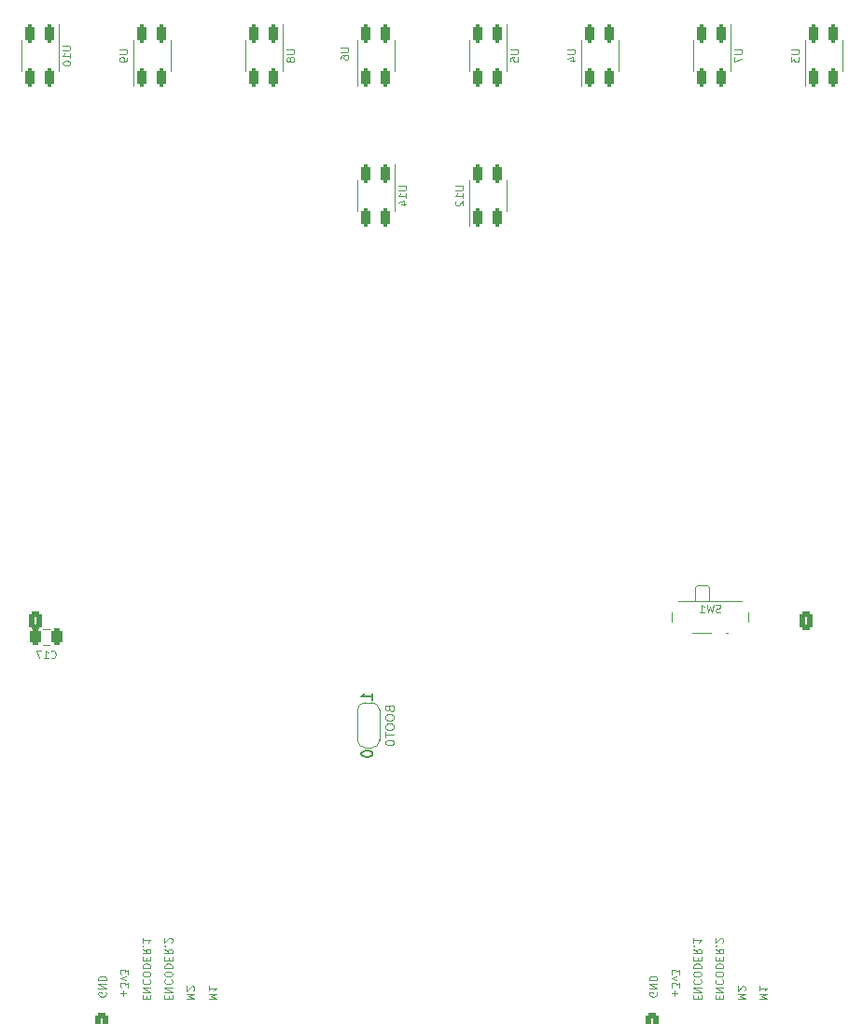
<source format=gbr>
%TF.GenerationSoftware,KiCad,Pcbnew,(7.0.0)*%
%TF.CreationDate,2023-09-26T23:36:23+07:00*%
%TF.ProjectId,Line Tracer F405RGT,4c696e65-2054-4726-9163-657220463430,rev?*%
%TF.SameCoordinates,Original*%
%TF.FileFunction,Legend,Bot*%
%TF.FilePolarity,Positive*%
%FSLAX46Y46*%
G04 Gerber Fmt 4.6, Leading zero omitted, Abs format (unit mm)*
G04 Created by KiCad (PCBNEW (7.0.0)) date 2023-09-26 23:36:23*
%MOMM*%
%LPD*%
G01*
G04 APERTURE LIST*
G04 Aperture macros list*
%AMRoundRect*
0 Rectangle with rounded corners*
0 $1 Rounding radius*
0 $2 $3 $4 $5 $6 $7 $8 $9 X,Y pos of 4 corners*
0 Add a 4 corners polygon primitive as box body*
4,1,4,$2,$3,$4,$5,$6,$7,$8,$9,$2,$3,0*
0 Add four circle primitives for the rounded corners*
1,1,$1+$1,$2,$3*
1,1,$1+$1,$4,$5*
1,1,$1+$1,$6,$7*
1,1,$1+$1,$8,$9*
0 Add four rect primitives between the rounded corners*
20,1,$1+$1,$2,$3,$4,$5,0*
20,1,$1+$1,$4,$5,$6,$7,0*
20,1,$1+$1,$6,$7,$8,$9,0*
20,1,$1+$1,$8,$9,$2,$3,0*%
%AMFreePoly0*
4,1,19,0.550000,-0.750000,0.000000,-0.750000,0.000000,-0.744911,-0.071157,-0.744911,-0.207708,-0.704816,-0.327430,-0.627875,-0.420627,-0.520320,-0.479746,-0.390866,-0.500000,-0.250000,-0.500000,0.250000,-0.479746,0.390866,-0.420627,0.520320,-0.327430,0.627875,-0.207708,0.704816,-0.071157,0.744911,0.000000,0.744911,0.000000,0.750000,0.550000,0.750000,0.550000,-0.750000,0.550000,-0.750000,
$1*%
%AMFreePoly1*
4,1,19,0.000000,0.744911,0.071157,0.744911,0.207708,0.704816,0.327430,0.627875,0.420627,0.520320,0.479746,0.390866,0.500000,0.250000,0.500000,-0.250000,0.479746,-0.390866,0.420627,-0.520320,0.327430,-0.627875,0.207708,-0.704816,0.071157,-0.744911,0.000000,-0.744911,0.000000,-0.750000,-0.550000,-0.750000,-0.550000,0.750000,0.000000,0.750000,0.000000,0.744911,0.000000,0.744911,
$1*%
G04 Aperture macros list end*
%ADD10C,0.110000*%
%ADD11C,0.120000*%
%ADD12C,0.150000*%
%ADD13RoundRect,0.250000X-0.350000X-0.625000X0.350000X-0.625000X0.350000X0.625000X-0.350000X0.625000X0*%
%ADD14O,1.200000X1.750000*%
%ADD15C,2.100000*%
%ADD16O,1.000000X1.000000*%
%ADD17C,5.200000*%
%ADD18C,0.650000*%
%ADD19O,1.000000X2.100000*%
%ADD20O,1.000000X1.600000*%
%ADD21RoundRect,0.197500X0.197500X0.632500X-0.197500X0.632500X-0.197500X-0.632500X0.197500X-0.632500X0*%
%ADD22RoundRect,0.197500X-0.197500X-0.632500X0.197500X-0.632500X0.197500X0.632500X-0.197500X0.632500X0*%
%ADD23FreePoly0,270.000000*%
%ADD24R,1.500000X1.000000*%
%ADD25FreePoly1,270.000000*%
%ADD26RoundRect,0.250000X-0.250000X-0.475000X0.250000X-0.475000X0.250000X0.475000X-0.250000X0.475000X0*%
%ADD27R,1.000000X0.800000*%
%ADD28C,0.900000*%
%ADD29R,0.700000X1.500000*%
G04 APERTURE END LIST*
D10*
X122159500Y-139683333D02*
X122159500Y-139450000D01*
X121792833Y-139350000D02*
X121792833Y-139683333D01*
X121792833Y-139683333D02*
X122492833Y-139683333D01*
X122492833Y-139683333D02*
X122492833Y-139350000D01*
X121792833Y-139050000D02*
X122492833Y-139050000D01*
X122492833Y-139050000D02*
X121792833Y-138650000D01*
X121792833Y-138650000D02*
X122492833Y-138650000D01*
X121859500Y-137916667D02*
X121826166Y-137950000D01*
X121826166Y-137950000D02*
X121792833Y-138050000D01*
X121792833Y-138050000D02*
X121792833Y-138116667D01*
X121792833Y-138116667D02*
X121826166Y-138216667D01*
X121826166Y-138216667D02*
X121892833Y-138283334D01*
X121892833Y-138283334D02*
X121959500Y-138316667D01*
X121959500Y-138316667D02*
X122092833Y-138350000D01*
X122092833Y-138350000D02*
X122192833Y-138350000D01*
X122192833Y-138350000D02*
X122326166Y-138316667D01*
X122326166Y-138316667D02*
X122392833Y-138283334D01*
X122392833Y-138283334D02*
X122459500Y-138216667D01*
X122459500Y-138216667D02*
X122492833Y-138116667D01*
X122492833Y-138116667D02*
X122492833Y-138050000D01*
X122492833Y-138050000D02*
X122459500Y-137950000D01*
X122459500Y-137950000D02*
X122426166Y-137916667D01*
X122492833Y-137483334D02*
X122492833Y-137350000D01*
X122492833Y-137350000D02*
X122459500Y-137283334D01*
X122459500Y-137283334D02*
X122392833Y-137216667D01*
X122392833Y-137216667D02*
X122259500Y-137183334D01*
X122259500Y-137183334D02*
X122026166Y-137183334D01*
X122026166Y-137183334D02*
X121892833Y-137216667D01*
X121892833Y-137216667D02*
X121826166Y-137283334D01*
X121826166Y-137283334D02*
X121792833Y-137350000D01*
X121792833Y-137350000D02*
X121792833Y-137483334D01*
X121792833Y-137483334D02*
X121826166Y-137550000D01*
X121826166Y-137550000D02*
X121892833Y-137616667D01*
X121892833Y-137616667D02*
X122026166Y-137650000D01*
X122026166Y-137650000D02*
X122259500Y-137650000D01*
X122259500Y-137650000D02*
X122392833Y-137616667D01*
X122392833Y-137616667D02*
X122459500Y-137550000D01*
X122459500Y-137550000D02*
X122492833Y-137483334D01*
X121792833Y-136883334D02*
X122492833Y-136883334D01*
X122492833Y-136883334D02*
X122492833Y-136716667D01*
X122492833Y-136716667D02*
X122459500Y-136616667D01*
X122459500Y-136616667D02*
X122392833Y-136550001D01*
X122392833Y-136550001D02*
X122326166Y-136516667D01*
X122326166Y-136516667D02*
X122192833Y-136483334D01*
X122192833Y-136483334D02*
X122092833Y-136483334D01*
X122092833Y-136483334D02*
X121959500Y-136516667D01*
X121959500Y-136516667D02*
X121892833Y-136550001D01*
X121892833Y-136550001D02*
X121826166Y-136616667D01*
X121826166Y-136616667D02*
X121792833Y-136716667D01*
X121792833Y-136716667D02*
X121792833Y-136883334D01*
X122159500Y-136183334D02*
X122159500Y-135950001D01*
X121792833Y-135850001D02*
X121792833Y-136183334D01*
X121792833Y-136183334D02*
X122492833Y-136183334D01*
X122492833Y-136183334D02*
X122492833Y-135850001D01*
X121792833Y-135150001D02*
X122126166Y-135383334D01*
X121792833Y-135550001D02*
X122492833Y-135550001D01*
X122492833Y-135550001D02*
X122492833Y-135283334D01*
X122492833Y-135283334D02*
X122459500Y-135216668D01*
X122459500Y-135216668D02*
X122426166Y-135183334D01*
X122426166Y-135183334D02*
X122359500Y-135150001D01*
X122359500Y-135150001D02*
X122259500Y-135150001D01*
X122259500Y-135150001D02*
X122192833Y-135183334D01*
X122192833Y-135183334D02*
X122159500Y-135216668D01*
X122159500Y-135216668D02*
X122126166Y-135283334D01*
X122126166Y-135283334D02*
X122126166Y-135550001D01*
X121859500Y-134850001D02*
X121826166Y-134816668D01*
X121826166Y-134816668D02*
X121792833Y-134850001D01*
X121792833Y-134850001D02*
X121826166Y-134883334D01*
X121826166Y-134883334D02*
X121859500Y-134850001D01*
X121859500Y-134850001D02*
X121792833Y-134850001D01*
X122426166Y-134550001D02*
X122459500Y-134516668D01*
X122459500Y-134516668D02*
X122492833Y-134450001D01*
X122492833Y-134450001D02*
X122492833Y-134283335D01*
X122492833Y-134283335D02*
X122459500Y-134216668D01*
X122459500Y-134216668D02*
X122426166Y-134183335D01*
X122426166Y-134183335D02*
X122359500Y-134150001D01*
X122359500Y-134150001D02*
X122292833Y-134150001D01*
X122292833Y-134150001D02*
X122192833Y-134183335D01*
X122192833Y-134183335D02*
X121792833Y-134583335D01*
X121792833Y-134583335D02*
X121792833Y-134150001D01*
D11*
X142197366Y-113359867D02*
X142236071Y-113475981D01*
X142236071Y-113475981D02*
X142274776Y-113514686D01*
X142274776Y-113514686D02*
X142352185Y-113553390D01*
X142352185Y-113553390D02*
X142468300Y-113553390D01*
X142468300Y-113553390D02*
X142545709Y-113514686D01*
X142545709Y-113514686D02*
X142584414Y-113475981D01*
X142584414Y-113475981D02*
X142623119Y-113398571D01*
X142623119Y-113398571D02*
X142623119Y-113088933D01*
X142623119Y-113088933D02*
X141810319Y-113088933D01*
X141810319Y-113088933D02*
X141810319Y-113359867D01*
X141810319Y-113359867D02*
X141849024Y-113437276D01*
X141849024Y-113437276D02*
X141887728Y-113475981D01*
X141887728Y-113475981D02*
X141965138Y-113514686D01*
X141965138Y-113514686D02*
X142042547Y-113514686D01*
X142042547Y-113514686D02*
X142119957Y-113475981D01*
X142119957Y-113475981D02*
X142158662Y-113437276D01*
X142158662Y-113437276D02*
X142197366Y-113359867D01*
X142197366Y-113359867D02*
X142197366Y-113088933D01*
X141810319Y-114056552D02*
X141810319Y-114211371D01*
X141810319Y-114211371D02*
X141849024Y-114288781D01*
X141849024Y-114288781D02*
X141926433Y-114366190D01*
X141926433Y-114366190D02*
X142081252Y-114404895D01*
X142081252Y-114404895D02*
X142352185Y-114404895D01*
X142352185Y-114404895D02*
X142507004Y-114366190D01*
X142507004Y-114366190D02*
X142584414Y-114288781D01*
X142584414Y-114288781D02*
X142623119Y-114211371D01*
X142623119Y-114211371D02*
X142623119Y-114056552D01*
X142623119Y-114056552D02*
X142584414Y-113979143D01*
X142584414Y-113979143D02*
X142507004Y-113901733D01*
X142507004Y-113901733D02*
X142352185Y-113863029D01*
X142352185Y-113863029D02*
X142081252Y-113863029D01*
X142081252Y-113863029D02*
X141926433Y-113901733D01*
X141926433Y-113901733D02*
X141849024Y-113979143D01*
X141849024Y-113979143D02*
X141810319Y-114056552D01*
X141810319Y-114908057D02*
X141810319Y-115062876D01*
X141810319Y-115062876D02*
X141849024Y-115140286D01*
X141849024Y-115140286D02*
X141926433Y-115217695D01*
X141926433Y-115217695D02*
X142081252Y-115256400D01*
X142081252Y-115256400D02*
X142352185Y-115256400D01*
X142352185Y-115256400D02*
X142507004Y-115217695D01*
X142507004Y-115217695D02*
X142584414Y-115140286D01*
X142584414Y-115140286D02*
X142623119Y-115062876D01*
X142623119Y-115062876D02*
X142623119Y-114908057D01*
X142623119Y-114908057D02*
X142584414Y-114830648D01*
X142584414Y-114830648D02*
X142507004Y-114753238D01*
X142507004Y-114753238D02*
X142352185Y-114714534D01*
X142352185Y-114714534D02*
X142081252Y-114714534D01*
X142081252Y-114714534D02*
X141926433Y-114753238D01*
X141926433Y-114753238D02*
X141849024Y-114830648D01*
X141849024Y-114830648D02*
X141810319Y-114908057D01*
X141810319Y-115488629D02*
X141810319Y-115953086D01*
X142623119Y-115720858D02*
X141810319Y-115720858D01*
X141810319Y-116378838D02*
X141810319Y-116456248D01*
X141810319Y-116456248D02*
X141849024Y-116533657D01*
X141849024Y-116533657D02*
X141887728Y-116572362D01*
X141887728Y-116572362D02*
X141965138Y-116611067D01*
X141965138Y-116611067D02*
X142119957Y-116649772D01*
X142119957Y-116649772D02*
X142313481Y-116649772D01*
X142313481Y-116649772D02*
X142468300Y-116611067D01*
X142468300Y-116611067D02*
X142545709Y-116572362D01*
X142545709Y-116572362D02*
X142584414Y-116533657D01*
X142584414Y-116533657D02*
X142623119Y-116456248D01*
X142623119Y-116456248D02*
X142623119Y-116378838D01*
X142623119Y-116378838D02*
X142584414Y-116301429D01*
X142584414Y-116301429D02*
X142545709Y-116262724D01*
X142545709Y-116262724D02*
X142468300Y-116224019D01*
X142468300Y-116224019D02*
X142313481Y-116185315D01*
X142313481Y-116185315D02*
X142119957Y-116185315D01*
X142119957Y-116185315D02*
X141965138Y-116224019D01*
X141965138Y-116224019D02*
X141887728Y-116262724D01*
X141887728Y-116262724D02*
X141849024Y-116301429D01*
X141849024Y-116301429D02*
X141810319Y-116378838D01*
D10*
X172159500Y-139683333D02*
X172159500Y-139450000D01*
X171792833Y-139350000D02*
X171792833Y-139683333D01*
X171792833Y-139683333D02*
X172492833Y-139683333D01*
X172492833Y-139683333D02*
X172492833Y-139350000D01*
X171792833Y-139050000D02*
X172492833Y-139050000D01*
X172492833Y-139050000D02*
X171792833Y-138650000D01*
X171792833Y-138650000D02*
X172492833Y-138650000D01*
X171859500Y-137916667D02*
X171826166Y-137950000D01*
X171826166Y-137950000D02*
X171792833Y-138050000D01*
X171792833Y-138050000D02*
X171792833Y-138116667D01*
X171792833Y-138116667D02*
X171826166Y-138216667D01*
X171826166Y-138216667D02*
X171892833Y-138283334D01*
X171892833Y-138283334D02*
X171959500Y-138316667D01*
X171959500Y-138316667D02*
X172092833Y-138350000D01*
X172092833Y-138350000D02*
X172192833Y-138350000D01*
X172192833Y-138350000D02*
X172326166Y-138316667D01*
X172326166Y-138316667D02*
X172392833Y-138283334D01*
X172392833Y-138283334D02*
X172459500Y-138216667D01*
X172459500Y-138216667D02*
X172492833Y-138116667D01*
X172492833Y-138116667D02*
X172492833Y-138050000D01*
X172492833Y-138050000D02*
X172459500Y-137950000D01*
X172459500Y-137950000D02*
X172426166Y-137916667D01*
X172492833Y-137483334D02*
X172492833Y-137350000D01*
X172492833Y-137350000D02*
X172459500Y-137283334D01*
X172459500Y-137283334D02*
X172392833Y-137216667D01*
X172392833Y-137216667D02*
X172259500Y-137183334D01*
X172259500Y-137183334D02*
X172026166Y-137183334D01*
X172026166Y-137183334D02*
X171892833Y-137216667D01*
X171892833Y-137216667D02*
X171826166Y-137283334D01*
X171826166Y-137283334D02*
X171792833Y-137350000D01*
X171792833Y-137350000D02*
X171792833Y-137483334D01*
X171792833Y-137483334D02*
X171826166Y-137550000D01*
X171826166Y-137550000D02*
X171892833Y-137616667D01*
X171892833Y-137616667D02*
X172026166Y-137650000D01*
X172026166Y-137650000D02*
X172259500Y-137650000D01*
X172259500Y-137650000D02*
X172392833Y-137616667D01*
X172392833Y-137616667D02*
X172459500Y-137550000D01*
X172459500Y-137550000D02*
X172492833Y-137483334D01*
X171792833Y-136883334D02*
X172492833Y-136883334D01*
X172492833Y-136883334D02*
X172492833Y-136716667D01*
X172492833Y-136716667D02*
X172459500Y-136616667D01*
X172459500Y-136616667D02*
X172392833Y-136550001D01*
X172392833Y-136550001D02*
X172326166Y-136516667D01*
X172326166Y-136516667D02*
X172192833Y-136483334D01*
X172192833Y-136483334D02*
X172092833Y-136483334D01*
X172092833Y-136483334D02*
X171959500Y-136516667D01*
X171959500Y-136516667D02*
X171892833Y-136550001D01*
X171892833Y-136550001D02*
X171826166Y-136616667D01*
X171826166Y-136616667D02*
X171792833Y-136716667D01*
X171792833Y-136716667D02*
X171792833Y-136883334D01*
X172159500Y-136183334D02*
X172159500Y-135950001D01*
X171792833Y-135850001D02*
X171792833Y-136183334D01*
X171792833Y-136183334D02*
X172492833Y-136183334D01*
X172492833Y-136183334D02*
X172492833Y-135850001D01*
X171792833Y-135150001D02*
X172126166Y-135383334D01*
X171792833Y-135550001D02*
X172492833Y-135550001D01*
X172492833Y-135550001D02*
X172492833Y-135283334D01*
X172492833Y-135283334D02*
X172459500Y-135216668D01*
X172459500Y-135216668D02*
X172426166Y-135183334D01*
X172426166Y-135183334D02*
X172359500Y-135150001D01*
X172359500Y-135150001D02*
X172259500Y-135150001D01*
X172259500Y-135150001D02*
X172192833Y-135183334D01*
X172192833Y-135183334D02*
X172159500Y-135216668D01*
X172159500Y-135216668D02*
X172126166Y-135283334D01*
X172126166Y-135283334D02*
X172126166Y-135550001D01*
X171859500Y-134850001D02*
X171826166Y-134816668D01*
X171826166Y-134816668D02*
X171792833Y-134850001D01*
X171792833Y-134850001D02*
X171826166Y-134883334D01*
X171826166Y-134883334D02*
X171859500Y-134850001D01*
X171859500Y-134850001D02*
X171792833Y-134850001D01*
X172426166Y-134550001D02*
X172459500Y-134516668D01*
X172459500Y-134516668D02*
X172492833Y-134450001D01*
X172492833Y-134450001D02*
X172492833Y-134283335D01*
X172492833Y-134283335D02*
X172459500Y-134216668D01*
X172459500Y-134216668D02*
X172426166Y-134183335D01*
X172426166Y-134183335D02*
X172359500Y-134150001D01*
X172359500Y-134150001D02*
X172292833Y-134150001D01*
X172292833Y-134150001D02*
X172192833Y-134183335D01*
X172192833Y-134183335D02*
X171792833Y-134583335D01*
X171792833Y-134583335D02*
X171792833Y-134150001D01*
X173792833Y-139683333D02*
X174492833Y-139683333D01*
X174492833Y-139683333D02*
X173992833Y-139450000D01*
X173992833Y-139450000D02*
X174492833Y-139216666D01*
X174492833Y-139216666D02*
X173792833Y-139216666D01*
X174426166Y-138916666D02*
X174459500Y-138883333D01*
X174459500Y-138883333D02*
X174492833Y-138816666D01*
X174492833Y-138816666D02*
X174492833Y-138650000D01*
X174492833Y-138650000D02*
X174459500Y-138583333D01*
X174459500Y-138583333D02*
X174426166Y-138550000D01*
X174426166Y-138550000D02*
X174359500Y-138516666D01*
X174359500Y-138516666D02*
X174292833Y-138516666D01*
X174292833Y-138516666D02*
X174192833Y-138550000D01*
X174192833Y-138550000D02*
X173792833Y-138950000D01*
X173792833Y-138950000D02*
X173792833Y-138516666D01*
X118059500Y-139433333D02*
X118059500Y-138900000D01*
X117792833Y-139166666D02*
X118326166Y-139166666D01*
X118492833Y-138633333D02*
X118492833Y-138199999D01*
X118492833Y-138199999D02*
X118226166Y-138433333D01*
X118226166Y-138433333D02*
X118226166Y-138333333D01*
X118226166Y-138333333D02*
X118192833Y-138266666D01*
X118192833Y-138266666D02*
X118159500Y-138233333D01*
X118159500Y-138233333D02*
X118092833Y-138199999D01*
X118092833Y-138199999D02*
X117926166Y-138199999D01*
X117926166Y-138199999D02*
X117859500Y-138233333D01*
X117859500Y-138233333D02*
X117826166Y-138266666D01*
X117826166Y-138266666D02*
X117792833Y-138333333D01*
X117792833Y-138333333D02*
X117792833Y-138533333D01*
X117792833Y-138533333D02*
X117826166Y-138599999D01*
X117826166Y-138599999D02*
X117859500Y-138633333D01*
X118259500Y-137966666D02*
X117792833Y-137799999D01*
X117792833Y-137799999D02*
X118259500Y-137633332D01*
X118492833Y-137433333D02*
X118492833Y-136999999D01*
X118492833Y-136999999D02*
X118226166Y-137233333D01*
X118226166Y-137233333D02*
X118226166Y-137133333D01*
X118226166Y-137133333D02*
X118192833Y-137066666D01*
X118192833Y-137066666D02*
X118159500Y-137033333D01*
X118159500Y-137033333D02*
X118092833Y-136999999D01*
X118092833Y-136999999D02*
X117926166Y-136999999D01*
X117926166Y-136999999D02*
X117859500Y-137033333D01*
X117859500Y-137033333D02*
X117826166Y-137066666D01*
X117826166Y-137066666D02*
X117792833Y-137133333D01*
X117792833Y-137133333D02*
X117792833Y-137333333D01*
X117792833Y-137333333D02*
X117826166Y-137399999D01*
X117826166Y-137399999D02*
X117859500Y-137433333D01*
X175792833Y-139683333D02*
X176492833Y-139683333D01*
X176492833Y-139683333D02*
X175992833Y-139450000D01*
X175992833Y-139450000D02*
X176492833Y-139216666D01*
X176492833Y-139216666D02*
X175792833Y-139216666D01*
X175792833Y-138516666D02*
X175792833Y-138916666D01*
X175792833Y-138716666D02*
X176492833Y-138716666D01*
X176492833Y-138716666D02*
X176392833Y-138783333D01*
X176392833Y-138783333D02*
X176326166Y-138850000D01*
X176326166Y-138850000D02*
X176292833Y-138916666D01*
X170159500Y-139683333D02*
X170159500Y-139450000D01*
X169792833Y-139350000D02*
X169792833Y-139683333D01*
X169792833Y-139683333D02*
X170492833Y-139683333D01*
X170492833Y-139683333D02*
X170492833Y-139350000D01*
X169792833Y-139050000D02*
X170492833Y-139050000D01*
X170492833Y-139050000D02*
X169792833Y-138650000D01*
X169792833Y-138650000D02*
X170492833Y-138650000D01*
X169859500Y-137916667D02*
X169826166Y-137950000D01*
X169826166Y-137950000D02*
X169792833Y-138050000D01*
X169792833Y-138050000D02*
X169792833Y-138116667D01*
X169792833Y-138116667D02*
X169826166Y-138216667D01*
X169826166Y-138216667D02*
X169892833Y-138283334D01*
X169892833Y-138283334D02*
X169959500Y-138316667D01*
X169959500Y-138316667D02*
X170092833Y-138350000D01*
X170092833Y-138350000D02*
X170192833Y-138350000D01*
X170192833Y-138350000D02*
X170326166Y-138316667D01*
X170326166Y-138316667D02*
X170392833Y-138283334D01*
X170392833Y-138283334D02*
X170459500Y-138216667D01*
X170459500Y-138216667D02*
X170492833Y-138116667D01*
X170492833Y-138116667D02*
X170492833Y-138050000D01*
X170492833Y-138050000D02*
X170459500Y-137950000D01*
X170459500Y-137950000D02*
X170426166Y-137916667D01*
X170492833Y-137483334D02*
X170492833Y-137350000D01*
X170492833Y-137350000D02*
X170459500Y-137283334D01*
X170459500Y-137283334D02*
X170392833Y-137216667D01*
X170392833Y-137216667D02*
X170259500Y-137183334D01*
X170259500Y-137183334D02*
X170026166Y-137183334D01*
X170026166Y-137183334D02*
X169892833Y-137216667D01*
X169892833Y-137216667D02*
X169826166Y-137283334D01*
X169826166Y-137283334D02*
X169792833Y-137350000D01*
X169792833Y-137350000D02*
X169792833Y-137483334D01*
X169792833Y-137483334D02*
X169826166Y-137550000D01*
X169826166Y-137550000D02*
X169892833Y-137616667D01*
X169892833Y-137616667D02*
X170026166Y-137650000D01*
X170026166Y-137650000D02*
X170259500Y-137650000D01*
X170259500Y-137650000D02*
X170392833Y-137616667D01*
X170392833Y-137616667D02*
X170459500Y-137550000D01*
X170459500Y-137550000D02*
X170492833Y-137483334D01*
X169792833Y-136883334D02*
X170492833Y-136883334D01*
X170492833Y-136883334D02*
X170492833Y-136716667D01*
X170492833Y-136716667D02*
X170459500Y-136616667D01*
X170459500Y-136616667D02*
X170392833Y-136550001D01*
X170392833Y-136550001D02*
X170326166Y-136516667D01*
X170326166Y-136516667D02*
X170192833Y-136483334D01*
X170192833Y-136483334D02*
X170092833Y-136483334D01*
X170092833Y-136483334D02*
X169959500Y-136516667D01*
X169959500Y-136516667D02*
X169892833Y-136550001D01*
X169892833Y-136550001D02*
X169826166Y-136616667D01*
X169826166Y-136616667D02*
X169792833Y-136716667D01*
X169792833Y-136716667D02*
X169792833Y-136883334D01*
X170159500Y-136183334D02*
X170159500Y-135950001D01*
X169792833Y-135850001D02*
X169792833Y-136183334D01*
X169792833Y-136183334D02*
X170492833Y-136183334D01*
X170492833Y-136183334D02*
X170492833Y-135850001D01*
X169792833Y-135150001D02*
X170126166Y-135383334D01*
X169792833Y-135550001D02*
X170492833Y-135550001D01*
X170492833Y-135550001D02*
X170492833Y-135283334D01*
X170492833Y-135283334D02*
X170459500Y-135216668D01*
X170459500Y-135216668D02*
X170426166Y-135183334D01*
X170426166Y-135183334D02*
X170359500Y-135150001D01*
X170359500Y-135150001D02*
X170259500Y-135150001D01*
X170259500Y-135150001D02*
X170192833Y-135183334D01*
X170192833Y-135183334D02*
X170159500Y-135216668D01*
X170159500Y-135216668D02*
X170126166Y-135283334D01*
X170126166Y-135283334D02*
X170126166Y-135550001D01*
X169859500Y-134850001D02*
X169826166Y-134816668D01*
X169826166Y-134816668D02*
X169792833Y-134850001D01*
X169792833Y-134850001D02*
X169826166Y-134883334D01*
X169826166Y-134883334D02*
X169859500Y-134850001D01*
X169859500Y-134850001D02*
X169792833Y-134850001D01*
X169792833Y-134150001D02*
X169792833Y-134550001D01*
X169792833Y-134350001D02*
X170492833Y-134350001D01*
X170492833Y-134350001D02*
X170392833Y-134416668D01*
X170392833Y-134416668D02*
X170326166Y-134483335D01*
X170326166Y-134483335D02*
X170292833Y-134550001D01*
X125792833Y-139683333D02*
X126492833Y-139683333D01*
X126492833Y-139683333D02*
X125992833Y-139450000D01*
X125992833Y-139450000D02*
X126492833Y-139216666D01*
X126492833Y-139216666D02*
X125792833Y-139216666D01*
X125792833Y-138516666D02*
X125792833Y-138916666D01*
X125792833Y-138716666D02*
X126492833Y-138716666D01*
X126492833Y-138716666D02*
X126392833Y-138783333D01*
X126392833Y-138783333D02*
X126326166Y-138850000D01*
X126326166Y-138850000D02*
X126292833Y-138916666D01*
X120159500Y-139683333D02*
X120159500Y-139450000D01*
X119792833Y-139350000D02*
X119792833Y-139683333D01*
X119792833Y-139683333D02*
X120492833Y-139683333D01*
X120492833Y-139683333D02*
X120492833Y-139350000D01*
X119792833Y-139050000D02*
X120492833Y-139050000D01*
X120492833Y-139050000D02*
X119792833Y-138650000D01*
X119792833Y-138650000D02*
X120492833Y-138650000D01*
X119859500Y-137916667D02*
X119826166Y-137950000D01*
X119826166Y-137950000D02*
X119792833Y-138050000D01*
X119792833Y-138050000D02*
X119792833Y-138116667D01*
X119792833Y-138116667D02*
X119826166Y-138216667D01*
X119826166Y-138216667D02*
X119892833Y-138283334D01*
X119892833Y-138283334D02*
X119959500Y-138316667D01*
X119959500Y-138316667D02*
X120092833Y-138350000D01*
X120092833Y-138350000D02*
X120192833Y-138350000D01*
X120192833Y-138350000D02*
X120326166Y-138316667D01*
X120326166Y-138316667D02*
X120392833Y-138283334D01*
X120392833Y-138283334D02*
X120459500Y-138216667D01*
X120459500Y-138216667D02*
X120492833Y-138116667D01*
X120492833Y-138116667D02*
X120492833Y-138050000D01*
X120492833Y-138050000D02*
X120459500Y-137950000D01*
X120459500Y-137950000D02*
X120426166Y-137916667D01*
X120492833Y-137483334D02*
X120492833Y-137350000D01*
X120492833Y-137350000D02*
X120459500Y-137283334D01*
X120459500Y-137283334D02*
X120392833Y-137216667D01*
X120392833Y-137216667D02*
X120259500Y-137183334D01*
X120259500Y-137183334D02*
X120026166Y-137183334D01*
X120026166Y-137183334D02*
X119892833Y-137216667D01*
X119892833Y-137216667D02*
X119826166Y-137283334D01*
X119826166Y-137283334D02*
X119792833Y-137350000D01*
X119792833Y-137350000D02*
X119792833Y-137483334D01*
X119792833Y-137483334D02*
X119826166Y-137550000D01*
X119826166Y-137550000D02*
X119892833Y-137616667D01*
X119892833Y-137616667D02*
X120026166Y-137650000D01*
X120026166Y-137650000D02*
X120259500Y-137650000D01*
X120259500Y-137650000D02*
X120392833Y-137616667D01*
X120392833Y-137616667D02*
X120459500Y-137550000D01*
X120459500Y-137550000D02*
X120492833Y-137483334D01*
X119792833Y-136883334D02*
X120492833Y-136883334D01*
X120492833Y-136883334D02*
X120492833Y-136716667D01*
X120492833Y-136716667D02*
X120459500Y-136616667D01*
X120459500Y-136616667D02*
X120392833Y-136550001D01*
X120392833Y-136550001D02*
X120326166Y-136516667D01*
X120326166Y-136516667D02*
X120192833Y-136483334D01*
X120192833Y-136483334D02*
X120092833Y-136483334D01*
X120092833Y-136483334D02*
X119959500Y-136516667D01*
X119959500Y-136516667D02*
X119892833Y-136550001D01*
X119892833Y-136550001D02*
X119826166Y-136616667D01*
X119826166Y-136616667D02*
X119792833Y-136716667D01*
X119792833Y-136716667D02*
X119792833Y-136883334D01*
X120159500Y-136183334D02*
X120159500Y-135950001D01*
X119792833Y-135850001D02*
X119792833Y-136183334D01*
X119792833Y-136183334D02*
X120492833Y-136183334D01*
X120492833Y-136183334D02*
X120492833Y-135850001D01*
X119792833Y-135150001D02*
X120126166Y-135383334D01*
X119792833Y-135550001D02*
X120492833Y-135550001D01*
X120492833Y-135550001D02*
X120492833Y-135283334D01*
X120492833Y-135283334D02*
X120459500Y-135216668D01*
X120459500Y-135216668D02*
X120426166Y-135183334D01*
X120426166Y-135183334D02*
X120359500Y-135150001D01*
X120359500Y-135150001D02*
X120259500Y-135150001D01*
X120259500Y-135150001D02*
X120192833Y-135183334D01*
X120192833Y-135183334D02*
X120159500Y-135216668D01*
X120159500Y-135216668D02*
X120126166Y-135283334D01*
X120126166Y-135283334D02*
X120126166Y-135550001D01*
X119859500Y-134850001D02*
X119826166Y-134816668D01*
X119826166Y-134816668D02*
X119792833Y-134850001D01*
X119792833Y-134850001D02*
X119826166Y-134883334D01*
X119826166Y-134883334D02*
X119859500Y-134850001D01*
X119859500Y-134850001D02*
X119792833Y-134850001D01*
X119792833Y-134150001D02*
X119792833Y-134550001D01*
X119792833Y-134350001D02*
X120492833Y-134350001D01*
X120492833Y-134350001D02*
X120392833Y-134416668D01*
X120392833Y-134416668D02*
X120326166Y-134483335D01*
X120326166Y-134483335D02*
X120292833Y-134550001D01*
X123792833Y-139683333D02*
X124492833Y-139683333D01*
X124492833Y-139683333D02*
X123992833Y-139450000D01*
X123992833Y-139450000D02*
X124492833Y-139216666D01*
X124492833Y-139216666D02*
X123792833Y-139216666D01*
X124426166Y-138916666D02*
X124459500Y-138883333D01*
X124459500Y-138883333D02*
X124492833Y-138816666D01*
X124492833Y-138816666D02*
X124492833Y-138650000D01*
X124492833Y-138650000D02*
X124459500Y-138583333D01*
X124459500Y-138583333D02*
X124426166Y-138550000D01*
X124426166Y-138550000D02*
X124359500Y-138516666D01*
X124359500Y-138516666D02*
X124292833Y-138516666D01*
X124292833Y-138516666D02*
X124192833Y-138550000D01*
X124192833Y-138550000D02*
X123792833Y-138950000D01*
X123792833Y-138950000D02*
X123792833Y-138516666D01*
X116459500Y-139066666D02*
X116492833Y-139133333D01*
X116492833Y-139133333D02*
X116492833Y-139233333D01*
X116492833Y-139233333D02*
X116459500Y-139333333D01*
X116459500Y-139333333D02*
X116392833Y-139400000D01*
X116392833Y-139400000D02*
X116326166Y-139433333D01*
X116326166Y-139433333D02*
X116192833Y-139466666D01*
X116192833Y-139466666D02*
X116092833Y-139466666D01*
X116092833Y-139466666D02*
X115959500Y-139433333D01*
X115959500Y-139433333D02*
X115892833Y-139400000D01*
X115892833Y-139400000D02*
X115826166Y-139333333D01*
X115826166Y-139333333D02*
X115792833Y-139233333D01*
X115792833Y-139233333D02*
X115792833Y-139166666D01*
X115792833Y-139166666D02*
X115826166Y-139066666D01*
X115826166Y-139066666D02*
X115859500Y-139033333D01*
X115859500Y-139033333D02*
X116092833Y-139033333D01*
X116092833Y-139033333D02*
X116092833Y-139166666D01*
X115792833Y-138733333D02*
X116492833Y-138733333D01*
X116492833Y-138733333D02*
X115792833Y-138333333D01*
X115792833Y-138333333D02*
X116492833Y-138333333D01*
X115792833Y-138000000D02*
X116492833Y-138000000D01*
X116492833Y-138000000D02*
X116492833Y-137833333D01*
X116492833Y-137833333D02*
X116459500Y-137733333D01*
X116459500Y-137733333D02*
X116392833Y-137666667D01*
X116392833Y-137666667D02*
X116326166Y-137633333D01*
X116326166Y-137633333D02*
X116192833Y-137600000D01*
X116192833Y-137600000D02*
X116092833Y-137600000D01*
X116092833Y-137600000D02*
X115959500Y-137633333D01*
X115959500Y-137633333D02*
X115892833Y-137666667D01*
X115892833Y-137666667D02*
X115826166Y-137733333D01*
X115826166Y-137733333D02*
X115792833Y-137833333D01*
X115792833Y-137833333D02*
X115792833Y-138000000D01*
X166459500Y-139066666D02*
X166492833Y-139133333D01*
X166492833Y-139133333D02*
X166492833Y-139233333D01*
X166492833Y-139233333D02*
X166459500Y-139333333D01*
X166459500Y-139333333D02*
X166392833Y-139400000D01*
X166392833Y-139400000D02*
X166326166Y-139433333D01*
X166326166Y-139433333D02*
X166192833Y-139466666D01*
X166192833Y-139466666D02*
X166092833Y-139466666D01*
X166092833Y-139466666D02*
X165959500Y-139433333D01*
X165959500Y-139433333D02*
X165892833Y-139400000D01*
X165892833Y-139400000D02*
X165826166Y-139333333D01*
X165826166Y-139333333D02*
X165792833Y-139233333D01*
X165792833Y-139233333D02*
X165792833Y-139166666D01*
X165792833Y-139166666D02*
X165826166Y-139066666D01*
X165826166Y-139066666D02*
X165859500Y-139033333D01*
X165859500Y-139033333D02*
X166092833Y-139033333D01*
X166092833Y-139033333D02*
X166092833Y-139166666D01*
X165792833Y-138733333D02*
X166492833Y-138733333D01*
X166492833Y-138733333D02*
X165792833Y-138333333D01*
X165792833Y-138333333D02*
X166492833Y-138333333D01*
X165792833Y-138000000D02*
X166492833Y-138000000D01*
X166492833Y-138000000D02*
X166492833Y-137833333D01*
X166492833Y-137833333D02*
X166459500Y-137733333D01*
X166459500Y-137733333D02*
X166392833Y-137666667D01*
X166392833Y-137666667D02*
X166326166Y-137633333D01*
X166326166Y-137633333D02*
X166192833Y-137600000D01*
X166192833Y-137600000D02*
X166092833Y-137600000D01*
X166092833Y-137600000D02*
X165959500Y-137633333D01*
X165959500Y-137633333D02*
X165892833Y-137666667D01*
X165892833Y-137666667D02*
X165826166Y-137733333D01*
X165826166Y-137733333D02*
X165792833Y-137833333D01*
X165792833Y-137833333D02*
X165792833Y-138000000D01*
X168059500Y-139433333D02*
X168059500Y-138900000D01*
X167792833Y-139166666D02*
X168326166Y-139166666D01*
X168492833Y-138633333D02*
X168492833Y-138199999D01*
X168492833Y-138199999D02*
X168226166Y-138433333D01*
X168226166Y-138433333D02*
X168226166Y-138333333D01*
X168226166Y-138333333D02*
X168192833Y-138266666D01*
X168192833Y-138266666D02*
X168159500Y-138233333D01*
X168159500Y-138233333D02*
X168092833Y-138199999D01*
X168092833Y-138199999D02*
X167926166Y-138199999D01*
X167926166Y-138199999D02*
X167859500Y-138233333D01*
X167859500Y-138233333D02*
X167826166Y-138266666D01*
X167826166Y-138266666D02*
X167792833Y-138333333D01*
X167792833Y-138333333D02*
X167792833Y-138533333D01*
X167792833Y-138533333D02*
X167826166Y-138599999D01*
X167826166Y-138599999D02*
X167859500Y-138633333D01*
X168259500Y-137966666D02*
X167792833Y-137799999D01*
X167792833Y-137799999D02*
X168259500Y-137633332D01*
X168492833Y-137433333D02*
X168492833Y-136999999D01*
X168492833Y-136999999D02*
X168226166Y-137233333D01*
X168226166Y-137233333D02*
X168226166Y-137133333D01*
X168226166Y-137133333D02*
X168192833Y-137066666D01*
X168192833Y-137066666D02*
X168159500Y-137033333D01*
X168159500Y-137033333D02*
X168092833Y-136999999D01*
X168092833Y-136999999D02*
X167926166Y-136999999D01*
X167926166Y-136999999D02*
X167859500Y-137033333D01*
X167859500Y-137033333D02*
X167826166Y-137066666D01*
X167826166Y-137066666D02*
X167792833Y-137133333D01*
X167792833Y-137133333D02*
X167792833Y-137333333D01*
X167792833Y-137333333D02*
X167826166Y-137399999D01*
X167826166Y-137399999D02*
X167859500Y-137433333D01*
%TO.C,U14*%
X143027166Y-65925833D02*
X143593833Y-65925833D01*
X143593833Y-65925833D02*
X143660500Y-65959167D01*
X143660500Y-65959167D02*
X143693833Y-65992500D01*
X143693833Y-65992500D02*
X143727166Y-66059167D01*
X143727166Y-66059167D02*
X143727166Y-66192500D01*
X143727166Y-66192500D02*
X143693833Y-66259167D01*
X143693833Y-66259167D02*
X143660500Y-66292500D01*
X143660500Y-66292500D02*
X143593833Y-66325833D01*
X143593833Y-66325833D02*
X143027166Y-66325833D01*
X143727166Y-67025833D02*
X143727166Y-66625833D01*
X143727166Y-66825833D02*
X143027166Y-66825833D01*
X143027166Y-66825833D02*
X143127166Y-66759166D01*
X143127166Y-66759166D02*
X143193833Y-66692500D01*
X143193833Y-66692500D02*
X143227166Y-66625833D01*
X143260500Y-67625833D02*
X143727166Y-67625833D01*
X142993833Y-67459167D02*
X143493833Y-67292500D01*
X143493833Y-67292500D02*
X143493833Y-67725833D01*
%TO.C,U10*%
X112547166Y-53233333D02*
X113113833Y-53233333D01*
X113113833Y-53233333D02*
X113180500Y-53266667D01*
X113180500Y-53266667D02*
X113213833Y-53300000D01*
X113213833Y-53300000D02*
X113247166Y-53366667D01*
X113247166Y-53366667D02*
X113247166Y-53500000D01*
X113247166Y-53500000D02*
X113213833Y-53566667D01*
X113213833Y-53566667D02*
X113180500Y-53600000D01*
X113180500Y-53600000D02*
X113113833Y-53633333D01*
X113113833Y-53633333D02*
X112547166Y-53633333D01*
X113247166Y-54333333D02*
X113247166Y-53933333D01*
X113247166Y-54133333D02*
X112547166Y-54133333D01*
X112547166Y-54133333D02*
X112647166Y-54066666D01*
X112647166Y-54066666D02*
X112713833Y-54000000D01*
X112713833Y-54000000D02*
X112747166Y-53933333D01*
X112547166Y-54766667D02*
X112547166Y-54833333D01*
X112547166Y-54833333D02*
X112580500Y-54900000D01*
X112580500Y-54900000D02*
X112613833Y-54933333D01*
X112613833Y-54933333D02*
X112680500Y-54966667D01*
X112680500Y-54966667D02*
X112813833Y-55000000D01*
X112813833Y-55000000D02*
X112980500Y-55000000D01*
X112980500Y-55000000D02*
X113113833Y-54966667D01*
X113113833Y-54966667D02*
X113180500Y-54933333D01*
X113180500Y-54933333D02*
X113213833Y-54900000D01*
X113213833Y-54900000D02*
X113247166Y-54833333D01*
X113247166Y-54833333D02*
X113247166Y-54766667D01*
X113247166Y-54766667D02*
X113213833Y-54700000D01*
X113213833Y-54700000D02*
X113180500Y-54666667D01*
X113180500Y-54666667D02*
X113113833Y-54633333D01*
X113113833Y-54633333D02*
X112980500Y-54600000D01*
X112980500Y-54600000D02*
X112813833Y-54600000D01*
X112813833Y-54600000D02*
X112680500Y-54633333D01*
X112680500Y-54633333D02*
X112613833Y-54666667D01*
X112613833Y-54666667D02*
X112580500Y-54700000D01*
X112580500Y-54700000D02*
X112547166Y-54766667D01*
%TO.C,U9*%
X117707166Y-53566666D02*
X118273833Y-53566666D01*
X118273833Y-53566666D02*
X118340500Y-53600000D01*
X118340500Y-53600000D02*
X118373833Y-53633333D01*
X118373833Y-53633333D02*
X118407166Y-53700000D01*
X118407166Y-53700000D02*
X118407166Y-53833333D01*
X118407166Y-53833333D02*
X118373833Y-53900000D01*
X118373833Y-53900000D02*
X118340500Y-53933333D01*
X118340500Y-53933333D02*
X118273833Y-53966666D01*
X118273833Y-53966666D02*
X117707166Y-53966666D01*
X118407166Y-54333333D02*
X118407166Y-54466666D01*
X118407166Y-54466666D02*
X118373833Y-54533333D01*
X118373833Y-54533333D02*
X118340500Y-54566666D01*
X118340500Y-54566666D02*
X118240500Y-54633333D01*
X118240500Y-54633333D02*
X118107166Y-54666666D01*
X118107166Y-54666666D02*
X117840500Y-54666666D01*
X117840500Y-54666666D02*
X117773833Y-54633333D01*
X117773833Y-54633333D02*
X117740500Y-54599999D01*
X117740500Y-54599999D02*
X117707166Y-54533333D01*
X117707166Y-54533333D02*
X117707166Y-54399999D01*
X117707166Y-54399999D02*
X117740500Y-54333333D01*
X117740500Y-54333333D02*
X117773833Y-54299999D01*
X117773833Y-54299999D02*
X117840500Y-54266666D01*
X117840500Y-54266666D02*
X118007166Y-54266666D01*
X118007166Y-54266666D02*
X118073833Y-54299999D01*
X118073833Y-54299999D02*
X118107166Y-54333333D01*
X118107166Y-54333333D02*
X118140500Y-54399999D01*
X118140500Y-54399999D02*
X118140500Y-54533333D01*
X118140500Y-54533333D02*
X118107166Y-54599999D01*
X118107166Y-54599999D02*
X118073833Y-54633333D01*
X118073833Y-54633333D02*
X118007166Y-54666666D01*
D12*
%TO.C,JP1*%
X140667380Y-112535714D02*
X140667380Y-111964286D01*
X140667380Y-112250000D02*
X139667380Y-112250000D01*
X139667380Y-112250000D02*
X139810238Y-112154762D01*
X139810238Y-112154762D02*
X139905476Y-112059524D01*
X139905476Y-112059524D02*
X139953095Y-111964286D01*
X139667380Y-117402381D02*
X139667380Y-117497619D01*
X139667380Y-117497619D02*
X139715000Y-117592857D01*
X139715000Y-117592857D02*
X139762619Y-117640476D01*
X139762619Y-117640476D02*
X139857857Y-117688095D01*
X139857857Y-117688095D02*
X140048333Y-117735714D01*
X140048333Y-117735714D02*
X140286428Y-117735714D01*
X140286428Y-117735714D02*
X140476904Y-117688095D01*
X140476904Y-117688095D02*
X140572142Y-117640476D01*
X140572142Y-117640476D02*
X140619761Y-117592857D01*
X140619761Y-117592857D02*
X140667380Y-117497619D01*
X140667380Y-117497619D02*
X140667380Y-117402381D01*
X140667380Y-117402381D02*
X140619761Y-117307143D01*
X140619761Y-117307143D02*
X140572142Y-117259524D01*
X140572142Y-117259524D02*
X140476904Y-117211905D01*
X140476904Y-117211905D02*
X140286428Y-117164286D01*
X140286428Y-117164286D02*
X140048333Y-117164286D01*
X140048333Y-117164286D02*
X139857857Y-117211905D01*
X139857857Y-117211905D02*
X139762619Y-117259524D01*
X139762619Y-117259524D02*
X139715000Y-117307143D01*
X139715000Y-117307143D02*
X139667380Y-117402381D01*
D10*
%TO.C,U3*%
X178667166Y-53566666D02*
X179233833Y-53566666D01*
X179233833Y-53566666D02*
X179300500Y-53600000D01*
X179300500Y-53600000D02*
X179333833Y-53633333D01*
X179333833Y-53633333D02*
X179367166Y-53700000D01*
X179367166Y-53700000D02*
X179367166Y-53833333D01*
X179367166Y-53833333D02*
X179333833Y-53900000D01*
X179333833Y-53900000D02*
X179300500Y-53933333D01*
X179300500Y-53933333D02*
X179233833Y-53966666D01*
X179233833Y-53966666D02*
X178667166Y-53966666D01*
X178667166Y-54233333D02*
X178667166Y-54666666D01*
X178667166Y-54666666D02*
X178933833Y-54433333D01*
X178933833Y-54433333D02*
X178933833Y-54533333D01*
X178933833Y-54533333D02*
X178967166Y-54599999D01*
X178967166Y-54599999D02*
X179000500Y-54633333D01*
X179000500Y-54633333D02*
X179067166Y-54666666D01*
X179067166Y-54666666D02*
X179233833Y-54666666D01*
X179233833Y-54666666D02*
X179300500Y-54633333D01*
X179300500Y-54633333D02*
X179333833Y-54599999D01*
X179333833Y-54599999D02*
X179367166Y-54533333D01*
X179367166Y-54533333D02*
X179367166Y-54333333D01*
X179367166Y-54333333D02*
X179333833Y-54266666D01*
X179333833Y-54266666D02*
X179300500Y-54233333D01*
%TO.C,U8*%
X132867166Y-53566666D02*
X133433833Y-53566666D01*
X133433833Y-53566666D02*
X133500500Y-53600000D01*
X133500500Y-53600000D02*
X133533833Y-53633333D01*
X133533833Y-53633333D02*
X133567166Y-53700000D01*
X133567166Y-53700000D02*
X133567166Y-53833333D01*
X133567166Y-53833333D02*
X133533833Y-53900000D01*
X133533833Y-53900000D02*
X133500500Y-53933333D01*
X133500500Y-53933333D02*
X133433833Y-53966666D01*
X133433833Y-53966666D02*
X132867166Y-53966666D01*
X133167166Y-54399999D02*
X133133833Y-54333333D01*
X133133833Y-54333333D02*
X133100500Y-54299999D01*
X133100500Y-54299999D02*
X133033833Y-54266666D01*
X133033833Y-54266666D02*
X133000500Y-54266666D01*
X133000500Y-54266666D02*
X132933833Y-54299999D01*
X132933833Y-54299999D02*
X132900500Y-54333333D01*
X132900500Y-54333333D02*
X132867166Y-54399999D01*
X132867166Y-54399999D02*
X132867166Y-54533333D01*
X132867166Y-54533333D02*
X132900500Y-54599999D01*
X132900500Y-54599999D02*
X132933833Y-54633333D01*
X132933833Y-54633333D02*
X133000500Y-54666666D01*
X133000500Y-54666666D02*
X133033833Y-54666666D01*
X133033833Y-54666666D02*
X133100500Y-54633333D01*
X133100500Y-54633333D02*
X133133833Y-54599999D01*
X133133833Y-54599999D02*
X133167166Y-54533333D01*
X133167166Y-54533333D02*
X133167166Y-54399999D01*
X133167166Y-54399999D02*
X133200500Y-54333333D01*
X133200500Y-54333333D02*
X133233833Y-54299999D01*
X133233833Y-54299999D02*
X133300500Y-54266666D01*
X133300500Y-54266666D02*
X133433833Y-54266666D01*
X133433833Y-54266666D02*
X133500500Y-54299999D01*
X133500500Y-54299999D02*
X133533833Y-54333333D01*
X133533833Y-54333333D02*
X133567166Y-54399999D01*
X133567166Y-54399999D02*
X133567166Y-54533333D01*
X133567166Y-54533333D02*
X133533833Y-54599999D01*
X133533833Y-54599999D02*
X133500500Y-54633333D01*
X133500500Y-54633333D02*
X133433833Y-54666666D01*
X133433833Y-54666666D02*
X133300500Y-54666666D01*
X133300500Y-54666666D02*
X133233833Y-54633333D01*
X133233833Y-54633333D02*
X133200500Y-54599999D01*
X133200500Y-54599999D02*
X133167166Y-54533333D01*
%TO.C,U6*%
X137777166Y-53374166D02*
X138343833Y-53374166D01*
X138343833Y-53374166D02*
X138410500Y-53407500D01*
X138410500Y-53407500D02*
X138443833Y-53440833D01*
X138443833Y-53440833D02*
X138477166Y-53507500D01*
X138477166Y-53507500D02*
X138477166Y-53640833D01*
X138477166Y-53640833D02*
X138443833Y-53707500D01*
X138443833Y-53707500D02*
X138410500Y-53740833D01*
X138410500Y-53740833D02*
X138343833Y-53774166D01*
X138343833Y-53774166D02*
X137777166Y-53774166D01*
X137777166Y-54407499D02*
X137777166Y-54274166D01*
X137777166Y-54274166D02*
X137810500Y-54207499D01*
X137810500Y-54207499D02*
X137843833Y-54174166D01*
X137843833Y-54174166D02*
X137943833Y-54107499D01*
X137943833Y-54107499D02*
X138077166Y-54074166D01*
X138077166Y-54074166D02*
X138343833Y-54074166D01*
X138343833Y-54074166D02*
X138410500Y-54107499D01*
X138410500Y-54107499D02*
X138443833Y-54140833D01*
X138443833Y-54140833D02*
X138477166Y-54207499D01*
X138477166Y-54207499D02*
X138477166Y-54340833D01*
X138477166Y-54340833D02*
X138443833Y-54407499D01*
X138443833Y-54407499D02*
X138410500Y-54440833D01*
X138410500Y-54440833D02*
X138343833Y-54474166D01*
X138343833Y-54474166D02*
X138177166Y-54474166D01*
X138177166Y-54474166D02*
X138110500Y-54440833D01*
X138110500Y-54440833D02*
X138077166Y-54407499D01*
X138077166Y-54407499D02*
X138043833Y-54340833D01*
X138043833Y-54340833D02*
X138043833Y-54207499D01*
X138043833Y-54207499D02*
X138077166Y-54140833D01*
X138077166Y-54140833D02*
X138110500Y-54107499D01*
X138110500Y-54107499D02*
X138177166Y-54074166D01*
%TO.C,U7*%
X173507166Y-53566666D02*
X174073833Y-53566666D01*
X174073833Y-53566666D02*
X174140500Y-53600000D01*
X174140500Y-53600000D02*
X174173833Y-53633333D01*
X174173833Y-53633333D02*
X174207166Y-53700000D01*
X174207166Y-53700000D02*
X174207166Y-53833333D01*
X174207166Y-53833333D02*
X174173833Y-53900000D01*
X174173833Y-53900000D02*
X174140500Y-53933333D01*
X174140500Y-53933333D02*
X174073833Y-53966666D01*
X174073833Y-53966666D02*
X173507166Y-53966666D01*
X173507166Y-54233333D02*
X173507166Y-54699999D01*
X173507166Y-54699999D02*
X174207166Y-54399999D01*
%TO.C,C17*%
X111500000Y-108720500D02*
X111533333Y-108753833D01*
X111533333Y-108753833D02*
X111633333Y-108787166D01*
X111633333Y-108787166D02*
X111700000Y-108787166D01*
X111700000Y-108787166D02*
X111800000Y-108753833D01*
X111800000Y-108753833D02*
X111866667Y-108687166D01*
X111866667Y-108687166D02*
X111900000Y-108620500D01*
X111900000Y-108620500D02*
X111933333Y-108487166D01*
X111933333Y-108487166D02*
X111933333Y-108387166D01*
X111933333Y-108387166D02*
X111900000Y-108253833D01*
X111900000Y-108253833D02*
X111866667Y-108187166D01*
X111866667Y-108187166D02*
X111800000Y-108120500D01*
X111800000Y-108120500D02*
X111700000Y-108087166D01*
X111700000Y-108087166D02*
X111633333Y-108087166D01*
X111633333Y-108087166D02*
X111533333Y-108120500D01*
X111533333Y-108120500D02*
X111500000Y-108153833D01*
X110833333Y-108787166D02*
X111233333Y-108787166D01*
X111033333Y-108787166D02*
X111033333Y-108087166D01*
X111033333Y-108087166D02*
X111100000Y-108187166D01*
X111100000Y-108187166D02*
X111166667Y-108253833D01*
X111166667Y-108253833D02*
X111233333Y-108287166D01*
X110600000Y-108087166D02*
X110133333Y-108087166D01*
X110133333Y-108087166D02*
X110433333Y-108787166D01*
%TO.C,U5*%
X153187166Y-53566666D02*
X153753833Y-53566666D01*
X153753833Y-53566666D02*
X153820500Y-53600000D01*
X153820500Y-53600000D02*
X153853833Y-53633333D01*
X153853833Y-53633333D02*
X153887166Y-53700000D01*
X153887166Y-53700000D02*
X153887166Y-53833333D01*
X153887166Y-53833333D02*
X153853833Y-53900000D01*
X153853833Y-53900000D02*
X153820500Y-53933333D01*
X153820500Y-53933333D02*
X153753833Y-53966666D01*
X153753833Y-53966666D02*
X153187166Y-53966666D01*
X153187166Y-54633333D02*
X153187166Y-54299999D01*
X153187166Y-54299999D02*
X153520500Y-54266666D01*
X153520500Y-54266666D02*
X153487166Y-54299999D01*
X153487166Y-54299999D02*
X153453833Y-54366666D01*
X153453833Y-54366666D02*
X153453833Y-54533333D01*
X153453833Y-54533333D02*
X153487166Y-54599999D01*
X153487166Y-54599999D02*
X153520500Y-54633333D01*
X153520500Y-54633333D02*
X153587166Y-54666666D01*
X153587166Y-54666666D02*
X153753833Y-54666666D01*
X153753833Y-54666666D02*
X153820500Y-54633333D01*
X153820500Y-54633333D02*
X153853833Y-54599999D01*
X153853833Y-54599999D02*
X153887166Y-54533333D01*
X153887166Y-54533333D02*
X153887166Y-54366666D01*
X153887166Y-54366666D02*
X153853833Y-54299999D01*
X153853833Y-54299999D02*
X153820500Y-54266666D01*
%TO.C,U12*%
X148187166Y-65925833D02*
X148753833Y-65925833D01*
X148753833Y-65925833D02*
X148820500Y-65959167D01*
X148820500Y-65959167D02*
X148853833Y-65992500D01*
X148853833Y-65992500D02*
X148887166Y-66059167D01*
X148887166Y-66059167D02*
X148887166Y-66192500D01*
X148887166Y-66192500D02*
X148853833Y-66259167D01*
X148853833Y-66259167D02*
X148820500Y-66292500D01*
X148820500Y-66292500D02*
X148753833Y-66325833D01*
X148753833Y-66325833D02*
X148187166Y-66325833D01*
X148887166Y-67025833D02*
X148887166Y-66625833D01*
X148887166Y-66825833D02*
X148187166Y-66825833D01*
X148187166Y-66825833D02*
X148287166Y-66759166D01*
X148287166Y-66759166D02*
X148353833Y-66692500D01*
X148353833Y-66692500D02*
X148387166Y-66625833D01*
X148253833Y-67292500D02*
X148220500Y-67325833D01*
X148220500Y-67325833D02*
X148187166Y-67392500D01*
X148187166Y-67392500D02*
X148187166Y-67559167D01*
X148187166Y-67559167D02*
X148220500Y-67625833D01*
X148220500Y-67625833D02*
X148253833Y-67659167D01*
X148253833Y-67659167D02*
X148320500Y-67692500D01*
X148320500Y-67692500D02*
X148387166Y-67692500D01*
X148387166Y-67692500D02*
X148487166Y-67659167D01*
X148487166Y-67659167D02*
X148887166Y-67259167D01*
X148887166Y-67259167D02*
X148887166Y-67692500D01*
%TO.C,SW1*%
X172233333Y-104573833D02*
X172133333Y-104607166D01*
X172133333Y-104607166D02*
X171966667Y-104607166D01*
X171966667Y-104607166D02*
X171900000Y-104573833D01*
X171900000Y-104573833D02*
X171866667Y-104540500D01*
X171866667Y-104540500D02*
X171833333Y-104473833D01*
X171833333Y-104473833D02*
X171833333Y-104407166D01*
X171833333Y-104407166D02*
X171866667Y-104340500D01*
X171866667Y-104340500D02*
X171900000Y-104307166D01*
X171900000Y-104307166D02*
X171966667Y-104273833D01*
X171966667Y-104273833D02*
X172100000Y-104240500D01*
X172100000Y-104240500D02*
X172166667Y-104207166D01*
X172166667Y-104207166D02*
X172200000Y-104173833D01*
X172200000Y-104173833D02*
X172233333Y-104107166D01*
X172233333Y-104107166D02*
X172233333Y-104040500D01*
X172233333Y-104040500D02*
X172200000Y-103973833D01*
X172200000Y-103973833D02*
X172166667Y-103940500D01*
X172166667Y-103940500D02*
X172100000Y-103907166D01*
X172100000Y-103907166D02*
X171933333Y-103907166D01*
X171933333Y-103907166D02*
X171833333Y-103940500D01*
X171600000Y-103907166D02*
X171433333Y-104607166D01*
X171433333Y-104607166D02*
X171300000Y-104107166D01*
X171300000Y-104107166D02*
X171166666Y-104607166D01*
X171166666Y-104607166D02*
X171000000Y-103907166D01*
X170366666Y-104607166D02*
X170766666Y-104607166D01*
X170566666Y-104607166D02*
X170566666Y-103907166D01*
X170566666Y-103907166D02*
X170633333Y-104007166D01*
X170633333Y-104007166D02*
X170700000Y-104073833D01*
X170700000Y-104073833D02*
X170766666Y-104107166D01*
%TO.C,U4*%
X158347166Y-53566666D02*
X158913833Y-53566666D01*
X158913833Y-53566666D02*
X158980500Y-53600000D01*
X158980500Y-53600000D02*
X159013833Y-53633333D01*
X159013833Y-53633333D02*
X159047166Y-53700000D01*
X159047166Y-53700000D02*
X159047166Y-53833333D01*
X159047166Y-53833333D02*
X159013833Y-53900000D01*
X159013833Y-53900000D02*
X158980500Y-53933333D01*
X158980500Y-53933333D02*
X158913833Y-53966666D01*
X158913833Y-53966666D02*
X158347166Y-53966666D01*
X158580500Y-54599999D02*
X159047166Y-54599999D01*
X158313833Y-54433333D02*
X158813833Y-54266666D01*
X158813833Y-54266666D02*
X158813833Y-54699999D01*
D11*
%TO.C,U14*%
X142670000Y-68192500D02*
X142670000Y-63992500D01*
X139270000Y-68192500D02*
X139270000Y-65392500D01*
%TO.C,U10*%
X112190000Y-55500000D02*
X112190000Y-51300000D01*
X108790000Y-55500000D02*
X108790000Y-52700000D01*
%TO.C,U9*%
X118950000Y-52700000D02*
X118950000Y-56900000D01*
X122350000Y-52700000D02*
X122350000Y-55500000D01*
%TO.C,JP1*%
X140600000Y-112800000D02*
X140000000Y-112800000D01*
X139300000Y-113450000D02*
X139300000Y-116250000D01*
X141300000Y-116250000D02*
X141300000Y-113450000D01*
X140000000Y-116900000D02*
X140600000Y-116900000D01*
X141300000Y-113500000D02*
G75*
G03*
X140600000Y-112800000I-699999J1D01*
G01*
X140000000Y-112800000D02*
G75*
G03*
X139300000Y-113500000I-1J-699999D01*
G01*
X140600000Y-116900000D02*
G75*
G03*
X141300000Y-116200000I0J700000D01*
G01*
X139300000Y-116200000D02*
G75*
G03*
X140000000Y-116900000I700000J0D01*
G01*
%TO.C,U3*%
X179910000Y-52700000D02*
X179910000Y-56900000D01*
X183310000Y-52700000D02*
X183310000Y-55500000D01*
%TO.C,U8*%
X132510000Y-55500000D02*
X132510000Y-51300000D01*
X129110000Y-55500000D02*
X129110000Y-52700000D01*
%TO.C,U6*%
X139270000Y-52700000D02*
X139270000Y-56900000D01*
X142670000Y-52700000D02*
X142670000Y-55500000D01*
%TO.C,U7*%
X173150000Y-55500000D02*
X173150000Y-51300000D01*
X169750000Y-55500000D02*
X169750000Y-52700000D01*
%TO.C,C17*%
X110788748Y-106115000D02*
X111311252Y-106115000D01*
X110788748Y-107585000D02*
X111311252Y-107585000D01*
%TO.C,U5*%
X152830000Y-55500000D02*
X152830000Y-51300000D01*
X149430000Y-55500000D02*
X149430000Y-52700000D01*
%TO.C,U12*%
X149430000Y-65392500D02*
X149430000Y-69592500D01*
X152830000Y-65392500D02*
X152830000Y-68192500D01*
%TO.C,SW1*%
X167850000Y-105420000D02*
X167850000Y-104630000D01*
X168450000Y-103620000D02*
X174150000Y-103620000D01*
X169700000Y-106470000D02*
X171400000Y-106470000D01*
X169900000Y-102330000D02*
X170100000Y-102120000D01*
X169900000Y-103620000D02*
X169900000Y-102330000D01*
X170100000Y-102120000D02*
X171000000Y-102120000D01*
X171200000Y-102330000D02*
X171000000Y-102120000D01*
X171200000Y-102330000D02*
X171200000Y-103620000D01*
X172700000Y-106470000D02*
X172900000Y-106470000D01*
X174750000Y-104630000D02*
X174750000Y-105420000D01*
%TO.C,U4*%
X159590000Y-52700000D02*
X159590000Y-56900000D01*
X162990000Y-52700000D02*
X162990000Y-55500000D01*
%TD*%
%LPC*%
D13*
%TO.C,J3*%
X166050000Y-141800000D03*
D14*
X168049999Y-141799999D03*
X170049999Y-141799999D03*
X172049999Y-141799999D03*
X174049999Y-141799999D03*
X176049999Y-141799999D03*
%TD*%
D15*
%TO.C,REF\u002A\u002A*%
X154800000Y-89350000D03*
%TD*%
D16*
%TO.C,REF\u002A\u002A*%
X136549999Y-86099999D03*
X137819999Y-86099999D03*
X139089999Y-86099999D03*
X140359999Y-86099999D03*
X141629999Y-86099999D03*
X142899999Y-86099999D03*
X144169999Y-86099999D03*
X145439999Y-86099999D03*
X146709999Y-86099999D03*
X147979999Y-86099999D03*
X149249999Y-86099999D03*
X150519999Y-86099999D03*
X151789999Y-86099999D03*
X153059999Y-86099999D03*
X154329999Y-86099999D03*
X155599999Y-86099999D03*
%TD*%
D13*
%TO.C,J9*%
X180050000Y-105350000D03*
D14*
X182049999Y-105349999D03*
%TD*%
D13*
%TO.C,J5*%
X116050000Y-141800000D03*
D14*
X118049999Y-141799999D03*
X120049999Y-141799999D03*
X122049999Y-141799999D03*
X124049999Y-141799999D03*
X126049999Y-141799999D03*
%TD*%
D15*
%TO.C,REF\u002A\u002A*%
X154800000Y-82850000D03*
%TD*%
%TO.C,REF\u002A\u002A*%
X137300000Y-82850000D03*
%TD*%
D13*
%TO.C,J4*%
X110050000Y-105347500D03*
D14*
X112049999Y-105347499D03*
%TD*%
D17*
%TO.C,REF\u002A\u002A*%
X191770000Y-134600000D03*
X191770000Y-116600000D03*
%TD*%
D18*
%TO.C,J1*%
X143160000Y-139481250D03*
X148940000Y-139481250D03*
D19*
X141729999Y-138951249D03*
D20*
X141729999Y-143131249D03*
D19*
X150369999Y-138951249D03*
D20*
X150369999Y-143131249D03*
%TD*%
D15*
%TO.C,REF\u002A\u002A*%
X137300000Y-89600000D03*
%TD*%
D17*
%TO.C,REF\u002A\u002A*%
X100330000Y-116600000D03*
X100330000Y-134600000D03*
%TD*%
D21*
%TO.C,U14*%
X141870000Y-68792500D03*
X141870000Y-64792500D03*
X140070000Y-68792500D03*
X140070000Y-64792500D03*
%TD*%
%TO.C,U10*%
X111390000Y-56100000D03*
X111390000Y-52100000D03*
X109590000Y-56100000D03*
X109590000Y-52100000D03*
%TD*%
D22*
%TO.C,U9*%
X119750000Y-52100000D03*
X119750000Y-56100000D03*
X121550000Y-52100000D03*
X121550000Y-56100000D03*
%TD*%
D23*
%TO.C,JP1*%
X140300000Y-113550000D03*
D24*
X140299999Y-114849999D03*
D25*
X140300000Y-116150000D03*
%TD*%
D22*
%TO.C,U3*%
X180710000Y-52100000D03*
X180710000Y-56100000D03*
X182510000Y-52100000D03*
X182510000Y-56100000D03*
%TD*%
D21*
%TO.C,U8*%
X131710000Y-56100000D03*
X131710000Y-52100000D03*
X129910000Y-56100000D03*
X129910000Y-52100000D03*
%TD*%
D22*
%TO.C,U6*%
X140070000Y-52100000D03*
X140070000Y-56100000D03*
X141870000Y-52100000D03*
X141870000Y-56100000D03*
%TD*%
D21*
%TO.C,U7*%
X172350000Y-56100000D03*
X172350000Y-52100000D03*
X170550000Y-56100000D03*
X170550000Y-52100000D03*
%TD*%
D26*
%TO.C,C17*%
X110100000Y-106850000D03*
X112000000Y-106850000D03*
%TD*%
D21*
%TO.C,U5*%
X152030000Y-56100000D03*
X152030000Y-52100000D03*
X150230000Y-56100000D03*
X150230000Y-52100000D03*
%TD*%
D22*
%TO.C,U12*%
X150230000Y-64792500D03*
X150230000Y-68792500D03*
X152030000Y-64792500D03*
X152030000Y-68792500D03*
%TD*%
D27*
%TO.C,SW1*%
X167649999Y-103919999D03*
X167649999Y-106129999D03*
D28*
X169800000Y-105020000D03*
X172800000Y-105020000D03*
D27*
X174949999Y-103919999D03*
X174949999Y-106129999D03*
D29*
X169049999Y-106779999D03*
X172049999Y-106779999D03*
X173549999Y-106779999D03*
%TD*%
D22*
%TO.C,U4*%
X160390000Y-52100000D03*
X160390000Y-56100000D03*
X162190000Y-52100000D03*
X162190000Y-56100000D03*
%TD*%
M02*

</source>
